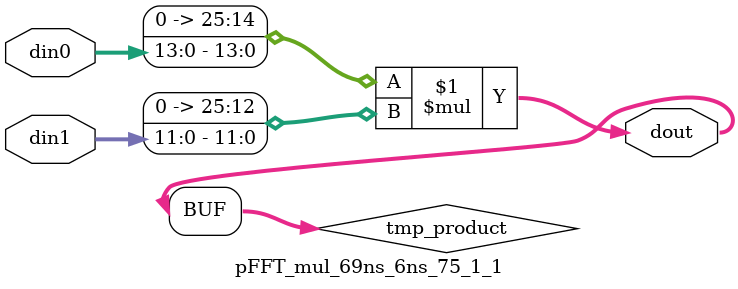
<source format=v>

`timescale 1 ns / 1 ps

 module pFFT_mul_69ns_6ns_75_1_1(din0, din1, dout);
parameter ID = 1;
parameter NUM_STAGE = 0;
parameter din0_WIDTH = 14;
parameter din1_WIDTH = 12;
parameter dout_WIDTH = 26;

input [din0_WIDTH - 1 : 0] din0; 
input [din1_WIDTH - 1 : 0] din1; 
output [dout_WIDTH - 1 : 0] dout;

wire signed [dout_WIDTH - 1 : 0] tmp_product;
























assign tmp_product = $signed({1'b0, din0}) * $signed({1'b0, din1});











assign dout = tmp_product;





















endmodule

</source>
